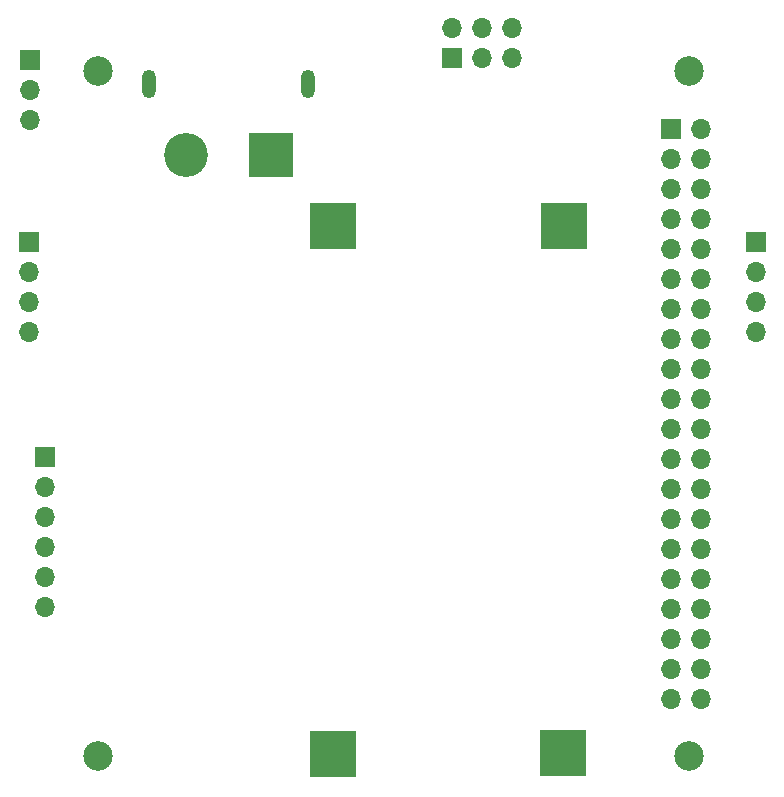
<source format=gbr>
%TF.GenerationSoftware,KiCad,Pcbnew,6.0.8-f2edbf62ab~116~ubuntu22.04.1*%
%TF.CreationDate,2022-11-23T04:02:49-05:00*%
%TF.ProjectId,Pi_HAT_Simple_V3,50695f48-4154-45f5-9369-6d706c655f56,rev?*%
%TF.SameCoordinates,Original*%
%TF.FileFunction,Soldermask,Top*%
%TF.FilePolarity,Negative*%
%FSLAX46Y46*%
G04 Gerber Fmt 4.6, Leading zero omitted, Abs format (unit mm)*
G04 Created by KiCad (PCBNEW 6.0.8-f2edbf62ab~116~ubuntu22.04.1) date 2022-11-23 04:02:49*
%MOMM*%
%LPD*%
G01*
G04 APERTURE LIST*
%ADD10R,1.700000X1.700000*%
%ADD11O,1.700000X1.700000*%
%ADD12C,2.500000*%
%ADD13R,3.716000X3.716000*%
%ADD14C,3.716000*%
%ADD15O,1.200000X2.400000*%
%ADD16R,4.000000X4.000000*%
G04 APERTURE END LIST*
D10*
%TO.C,J3*%
X132425000Y-73425000D03*
D11*
X132425000Y-70885000D03*
X134965000Y-73425000D03*
X134965000Y-70885000D03*
X137505000Y-73425000D03*
X137505000Y-70885000D03*
%TD*%
D12*
%TO.C,H1*%
X152500000Y-74500000D03*
%TD*%
%TO.C,H2*%
X102500000Y-74500000D03*
%TD*%
%TO.C,H3*%
X102500000Y-132500000D03*
%TD*%
D10*
%TO.C,J1*%
X98000000Y-107200000D03*
D11*
X98000000Y-109740000D03*
X98000000Y-112280000D03*
X98000000Y-114820000D03*
X98000000Y-117360000D03*
X98000000Y-119900000D03*
%TD*%
D12*
%TO.C,H4*%
X152500000Y-132500000D03*
%TD*%
D10*
%TO.C,J2*%
X151000000Y-79400000D03*
D11*
X153540000Y-79400000D03*
X151000000Y-81940000D03*
X153540000Y-81940000D03*
X151000000Y-84480000D03*
X153540000Y-84480000D03*
X151000000Y-87020000D03*
X153540000Y-87020000D03*
X151000000Y-89560000D03*
X153540000Y-89560000D03*
X151000000Y-92100000D03*
X153540000Y-92100000D03*
X151000000Y-94640000D03*
X153540000Y-94640000D03*
X151000000Y-97180000D03*
X153540000Y-97180000D03*
X151000000Y-99720000D03*
X153540000Y-99720000D03*
X151000000Y-102260000D03*
X153540000Y-102260000D03*
X151000000Y-104800000D03*
X153540000Y-104800000D03*
X151000000Y-107340000D03*
X153540000Y-107340000D03*
X151000000Y-109880000D03*
X153540000Y-109880000D03*
X151000000Y-112420000D03*
X153540000Y-112420000D03*
X151000000Y-114960000D03*
X153540000Y-114960000D03*
X151000000Y-117500000D03*
X153540000Y-117500000D03*
X151000000Y-120040000D03*
X153540000Y-120040000D03*
X151000000Y-122580000D03*
X153540000Y-122580000D03*
X151000000Y-125120000D03*
X153540000Y-125120000D03*
X151000000Y-127660000D03*
X153540000Y-127660000D03*
%TD*%
D13*
%TO.C,J4*%
X117100000Y-81600000D03*
D14*
X109900000Y-81600000D03*
D15*
X120250000Y-75600000D03*
X106750000Y-75600000D03*
%TD*%
D10*
%TO.C,J5*%
X96700000Y-73550000D03*
D11*
X96700000Y-76090000D03*
X96700000Y-78630000D03*
%TD*%
D10*
%TO.C,J8*%
X158150000Y-89000000D03*
D11*
X158150000Y-91540000D03*
X158150000Y-94080000D03*
X158150000Y-96620000D03*
%TD*%
D10*
%TO.C,J9*%
X96600000Y-89000000D03*
D11*
X96600000Y-91540000D03*
X96600000Y-94080000D03*
X96600000Y-96620000D03*
%TD*%
D16*
%TO.C,U1*%
X141852000Y-132236000D03*
X122400000Y-132350000D03*
X141900000Y-87600000D03*
X122400000Y-87600000D03*
%TD*%
M02*

</source>
